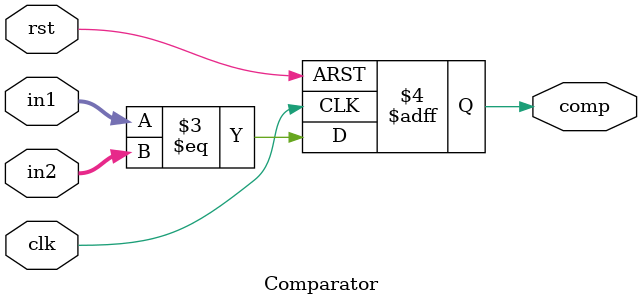
<source format=v>
module Comparator(
output reg comp,
input [7:0] in1, in2,
input clk, rst
); 

always @(posedge clk, negedge rst)
	begin
		if(~rst)
			comp <= 0;
		else
			comp <= (in1 == in2);
	end
 
endmodule 

</source>
